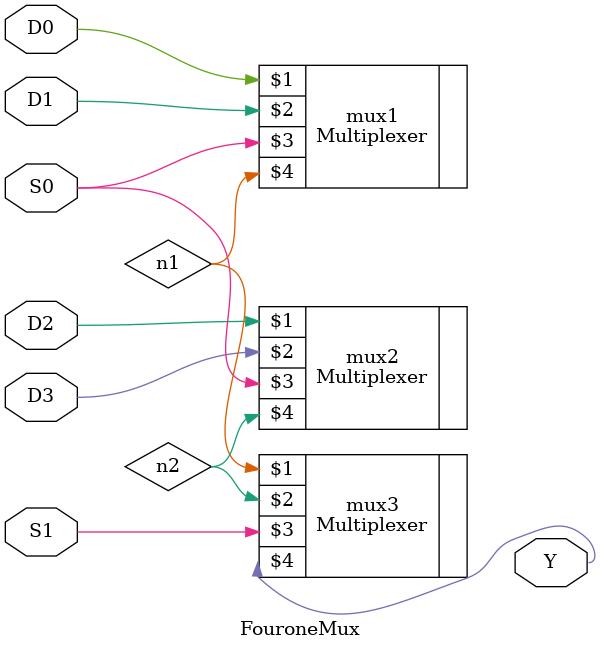
<source format=v>
`timescale 1ns / 1ps


module FouroneMux(input D0,input D1,input D2,input D3,input S0,input S1,output Y);
wire n1;
wire n2;
Multiplexer mux1(D0,D1,S0,n1);
Multiplexer mux2(D2,D3,S0,n2);
Multiplexer mux3(n1,n2,S1,Y);
endmodule

</source>
